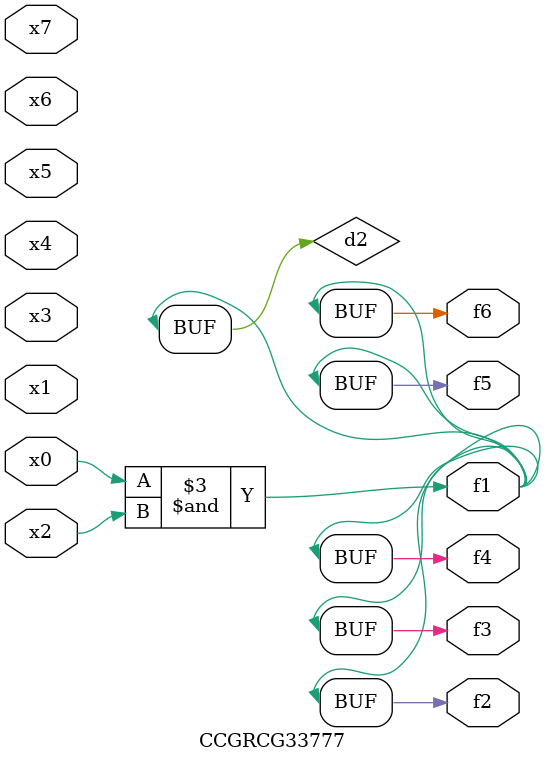
<source format=v>
module CCGRCG33777(
	input x0, x1, x2, x3, x4, x5, x6, x7,
	output f1, f2, f3, f4, f5, f6
);

	wire d1, d2;

	nor (d1, x3, x6);
	and (d2, x0, x2);
	assign f1 = d2;
	assign f2 = d2;
	assign f3 = d2;
	assign f4 = d2;
	assign f5 = d2;
	assign f6 = d2;
endmodule

</source>
